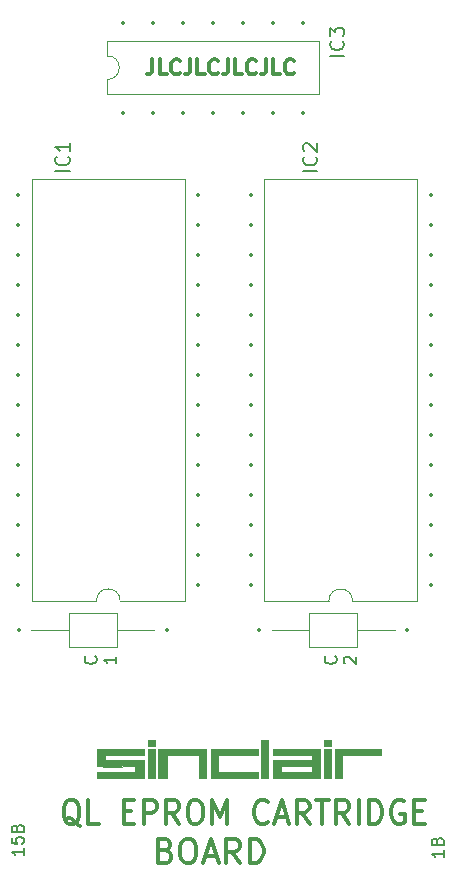
<source format=gbr>
%TF.GenerationSoftware,KiCad,Pcbnew,8.0.6+1*%
%TF.CreationDate,2024-12-27T19:01:20+01:00*%
%TF.ProjectId,QL_ROM_Cartridge_original,514c5f52-4f4d-45f4-9361-727472696467,0*%
%TF.SameCoordinates,Original*%
%TF.FileFunction,Legend,Top*%
%TF.FilePolarity,Positive*%
%FSLAX46Y46*%
G04 Gerber Fmt 4.6, Leading zero omitted, Abs format (unit mm)*
G04 Created by KiCad (PCBNEW 8.0.6+1) date 2024-12-27 19:01:20*
%MOMM*%
%LPD*%
G01*
G04 APERTURE LIST*
%ADD10C,0.100000*%
%ADD11C,0.300000*%
%ADD12C,0.350000*%
%ADD13C,0.150000*%
%ADD14C,0.120000*%
%ADD15C,0.350000*%
G04 APERTURE END LIST*
D10*
X90017653Y-124084744D02*
X89395362Y-124084744D01*
X89395362Y-123643521D01*
X90017653Y-123643521D01*
X90017653Y-124084744D01*
G36*
X90017653Y-124084744D02*
G01*
X89395362Y-124084744D01*
X89395362Y-123643521D01*
X90017653Y-123643521D01*
X90017653Y-124084744D01*
G37*
X75087037Y-126828061D02*
X74463711Y-126828061D01*
X74463711Y-124356442D01*
X75087037Y-124356442D01*
X75087037Y-126828061D01*
G36*
X75087037Y-126828061D02*
G01*
X74463711Y-126828061D01*
X74463711Y-124356442D01*
X75087037Y-124356442D01*
X75087037Y-126828061D01*
G37*
X84679969Y-126828061D02*
X84040149Y-126828061D01*
X84040149Y-123643490D01*
X84679969Y-123643490D01*
X84679969Y-126828061D01*
G36*
X84679969Y-126828061D02*
G01*
X84040149Y-126828061D01*
X84040149Y-123643490D01*
X84679969Y-123643490D01*
X84679969Y-126828061D01*
G37*
X79438697Y-126828061D02*
X78807640Y-126828061D01*
X78807640Y-124841031D01*
X76073062Y-124841031D01*
X76073062Y-126828061D01*
X75354360Y-126828061D01*
X75354360Y-124356442D01*
X79438697Y-124356442D01*
X79438697Y-126828061D01*
G36*
X79438697Y-126828061D02*
G01*
X78807640Y-126828061D01*
X78807640Y-124841031D01*
X76073062Y-124841031D01*
X76073062Y-126828061D01*
X75354360Y-126828061D01*
X75354360Y-124356442D01*
X79438697Y-124356442D01*
X79438697Y-126828061D01*
G37*
X75087037Y-124084744D02*
X74463711Y-124084744D01*
X74463711Y-123643521D01*
X75087037Y-123643521D01*
X75087037Y-124084744D01*
G36*
X75087037Y-124084744D02*
G01*
X74463711Y-124084744D01*
X74463711Y-123643521D01*
X75087037Y-123643521D01*
X75087037Y-124084744D01*
G37*
X83785973Y-124841031D02*
X80411575Y-124841031D01*
X80411575Y-126296414D01*
X83785974Y-126296414D01*
X83785954Y-126828030D01*
X79785075Y-126828061D01*
X79785075Y-124356442D01*
X83785973Y-124356442D01*
X83785973Y-124841031D01*
G36*
X83785973Y-124841031D02*
G01*
X80411575Y-124841031D01*
X80411575Y-126296414D01*
X83785974Y-126296414D01*
X83785954Y-126828030D01*
X79785075Y-126828061D01*
X79785075Y-124356442D01*
X83785973Y-124356442D01*
X83785973Y-124841031D01*
G37*
X74143313Y-124841000D02*
X70865993Y-124841000D01*
X70865993Y-125302975D01*
X74143313Y-125302975D01*
X74143313Y-126828030D01*
X70155907Y-126828030D01*
X70155907Y-126296414D01*
X73408602Y-126296414D01*
X73408602Y-125828885D01*
X71188516Y-125848385D01*
X70155907Y-125828885D01*
X70155907Y-124356412D01*
X74143313Y-124356412D01*
X74143313Y-124841000D01*
G36*
X74143313Y-124841000D02*
G01*
X70865993Y-124841000D01*
X70865993Y-125302975D01*
X74143313Y-125302975D01*
X74143313Y-126828030D01*
X70155907Y-126828030D01*
X70155907Y-126296414D01*
X73408602Y-126296414D01*
X73408602Y-125828885D01*
X71188516Y-125848385D01*
X70155907Y-125828885D01*
X70155907Y-124356412D01*
X74143313Y-124356412D01*
X74143313Y-124841000D01*
G37*
X89035491Y-126828061D02*
X88352366Y-126828061D01*
X85039321Y-126828061D01*
X85036035Y-126296414D01*
X85793082Y-126296414D01*
X88352366Y-126296414D01*
X88352366Y-125828915D01*
X85793082Y-125828915D01*
X85793082Y-126296414D01*
X85036035Y-126296414D01*
X85033921Y-125954281D01*
X85039321Y-125303006D01*
X88352366Y-125303006D01*
X88352366Y-124841031D01*
X85039321Y-124841031D01*
X85039321Y-124356442D01*
X89035491Y-124356442D01*
X89035491Y-126828061D01*
G36*
X89035491Y-126828061D02*
G01*
X88352366Y-126828061D01*
X85039321Y-126828061D01*
X85036035Y-126296414D01*
X85793082Y-126296414D01*
X88352366Y-126296414D01*
X88352366Y-125828915D01*
X85793082Y-125828915D01*
X85793082Y-126296414D01*
X85036035Y-126296414D01*
X85033921Y-125954281D01*
X85039321Y-125303006D01*
X88352366Y-125303006D01*
X88352366Y-124841031D01*
X85039321Y-124841031D01*
X85039321Y-124356442D01*
X89035491Y-124356442D01*
X89035491Y-126828061D01*
G37*
X90017653Y-126828061D02*
X89395362Y-126828061D01*
X89395362Y-124356442D01*
X90017653Y-124356442D01*
X90017653Y-126828061D01*
G36*
X90017653Y-126828061D02*
G01*
X89395362Y-126828061D01*
X89395362Y-124356442D01*
X90017653Y-124356442D01*
X90017653Y-126828061D01*
G37*
X94249223Y-124841031D02*
X90955476Y-124841031D01*
X90955476Y-126828061D01*
X90324420Y-126828061D01*
X90324418Y-124356442D01*
X94249223Y-124356442D01*
X94249223Y-124841031D01*
G36*
X94249223Y-124841031D02*
G01*
X90955476Y-124841031D01*
X90955476Y-126828061D01*
X90324420Y-126828061D01*
X90324418Y-124356442D01*
X94249223Y-124356442D01*
X94249223Y-124841031D01*
G37*
D11*
X74871189Y-65987673D02*
X74871189Y-66880530D01*
X74871189Y-66880530D02*
X74811666Y-67059102D01*
X74811666Y-67059102D02*
X74692618Y-67178150D01*
X74692618Y-67178150D02*
X74514047Y-67237673D01*
X74514047Y-67237673D02*
X74394999Y-67237673D01*
X76061666Y-67237673D02*
X75466428Y-67237673D01*
X75466428Y-67237673D02*
X75466428Y-65987673D01*
X77192618Y-67118626D02*
X77133094Y-67178150D01*
X77133094Y-67178150D02*
X76954523Y-67237673D01*
X76954523Y-67237673D02*
X76835475Y-67237673D01*
X76835475Y-67237673D02*
X76656904Y-67178150D01*
X76656904Y-67178150D02*
X76537856Y-67059102D01*
X76537856Y-67059102D02*
X76478333Y-66940054D01*
X76478333Y-66940054D02*
X76418809Y-66701959D01*
X76418809Y-66701959D02*
X76418809Y-66523388D01*
X76418809Y-66523388D02*
X76478333Y-66285292D01*
X76478333Y-66285292D02*
X76537856Y-66166245D01*
X76537856Y-66166245D02*
X76656904Y-66047197D01*
X76656904Y-66047197D02*
X76835475Y-65987673D01*
X76835475Y-65987673D02*
X76954523Y-65987673D01*
X76954523Y-65987673D02*
X77133094Y-66047197D01*
X77133094Y-66047197D02*
X77192618Y-66106721D01*
X78085475Y-65987673D02*
X78085475Y-66880530D01*
X78085475Y-66880530D02*
X78025952Y-67059102D01*
X78025952Y-67059102D02*
X77906904Y-67178150D01*
X77906904Y-67178150D02*
X77728333Y-67237673D01*
X77728333Y-67237673D02*
X77609285Y-67237673D01*
X79275952Y-67237673D02*
X78680714Y-67237673D01*
X78680714Y-67237673D02*
X78680714Y-65987673D01*
X80406904Y-67118626D02*
X80347380Y-67178150D01*
X80347380Y-67178150D02*
X80168809Y-67237673D01*
X80168809Y-67237673D02*
X80049761Y-67237673D01*
X80049761Y-67237673D02*
X79871190Y-67178150D01*
X79871190Y-67178150D02*
X79752142Y-67059102D01*
X79752142Y-67059102D02*
X79692619Y-66940054D01*
X79692619Y-66940054D02*
X79633095Y-66701959D01*
X79633095Y-66701959D02*
X79633095Y-66523388D01*
X79633095Y-66523388D02*
X79692619Y-66285292D01*
X79692619Y-66285292D02*
X79752142Y-66166245D01*
X79752142Y-66166245D02*
X79871190Y-66047197D01*
X79871190Y-66047197D02*
X80049761Y-65987673D01*
X80049761Y-65987673D02*
X80168809Y-65987673D01*
X80168809Y-65987673D02*
X80347380Y-66047197D01*
X80347380Y-66047197D02*
X80406904Y-66106721D01*
X81299761Y-65987673D02*
X81299761Y-66880530D01*
X81299761Y-66880530D02*
X81240238Y-67059102D01*
X81240238Y-67059102D02*
X81121190Y-67178150D01*
X81121190Y-67178150D02*
X80942619Y-67237673D01*
X80942619Y-67237673D02*
X80823571Y-67237673D01*
X82490238Y-67237673D02*
X81895000Y-67237673D01*
X81895000Y-67237673D02*
X81895000Y-65987673D01*
X83621190Y-67118626D02*
X83561666Y-67178150D01*
X83561666Y-67178150D02*
X83383095Y-67237673D01*
X83383095Y-67237673D02*
X83264047Y-67237673D01*
X83264047Y-67237673D02*
X83085476Y-67178150D01*
X83085476Y-67178150D02*
X82966428Y-67059102D01*
X82966428Y-67059102D02*
X82906905Y-66940054D01*
X82906905Y-66940054D02*
X82847381Y-66701959D01*
X82847381Y-66701959D02*
X82847381Y-66523388D01*
X82847381Y-66523388D02*
X82906905Y-66285292D01*
X82906905Y-66285292D02*
X82966428Y-66166245D01*
X82966428Y-66166245D02*
X83085476Y-66047197D01*
X83085476Y-66047197D02*
X83264047Y-65987673D01*
X83264047Y-65987673D02*
X83383095Y-65987673D01*
X83383095Y-65987673D02*
X83561666Y-66047197D01*
X83561666Y-66047197D02*
X83621190Y-66106721D01*
X84514047Y-65987673D02*
X84514047Y-66880530D01*
X84514047Y-66880530D02*
X84454524Y-67059102D01*
X84454524Y-67059102D02*
X84335476Y-67178150D01*
X84335476Y-67178150D02*
X84156905Y-67237673D01*
X84156905Y-67237673D02*
X84037857Y-67237673D01*
X85704524Y-67237673D02*
X85109286Y-67237673D01*
X85109286Y-67237673D02*
X85109286Y-65987673D01*
X86835476Y-67118626D02*
X86775952Y-67178150D01*
X86775952Y-67178150D02*
X86597381Y-67237673D01*
X86597381Y-67237673D02*
X86478333Y-67237673D01*
X86478333Y-67237673D02*
X86299762Y-67178150D01*
X86299762Y-67178150D02*
X86180714Y-67059102D01*
X86180714Y-67059102D02*
X86121191Y-66940054D01*
X86121191Y-66940054D02*
X86061667Y-66701959D01*
X86061667Y-66701959D02*
X86061667Y-66523388D01*
X86061667Y-66523388D02*
X86121191Y-66285292D01*
X86121191Y-66285292D02*
X86180714Y-66166245D01*
X86180714Y-66166245D02*
X86299762Y-66047197D01*
X86299762Y-66047197D02*
X86478333Y-65987673D01*
X86478333Y-65987673D02*
X86597381Y-65987673D01*
X86597381Y-65987673D02*
X86775952Y-66047197D01*
X86775952Y-66047197D02*
X86835476Y-66106721D01*
D12*
X75994088Y-132955419D02*
X76279802Y-133050657D01*
X76279802Y-133050657D02*
X76375040Y-133145895D01*
X76375040Y-133145895D02*
X76470278Y-133336371D01*
X76470278Y-133336371D02*
X76470278Y-133622085D01*
X76470278Y-133622085D02*
X76375040Y-133812561D01*
X76375040Y-133812561D02*
X76279802Y-133907800D01*
X76279802Y-133907800D02*
X76089326Y-134003038D01*
X76089326Y-134003038D02*
X75327421Y-134003038D01*
X75327421Y-134003038D02*
X75327421Y-132003038D01*
X75327421Y-132003038D02*
X75994088Y-132003038D01*
X75994088Y-132003038D02*
X76184564Y-132098276D01*
X76184564Y-132098276D02*
X76279802Y-132193514D01*
X76279802Y-132193514D02*
X76375040Y-132383990D01*
X76375040Y-132383990D02*
X76375040Y-132574466D01*
X76375040Y-132574466D02*
X76279802Y-132764942D01*
X76279802Y-132764942D02*
X76184564Y-132860180D01*
X76184564Y-132860180D02*
X75994088Y-132955419D01*
X75994088Y-132955419D02*
X75327421Y-132955419D01*
X77708373Y-132003038D02*
X78089326Y-132003038D01*
X78089326Y-132003038D02*
X78279802Y-132098276D01*
X78279802Y-132098276D02*
X78470278Y-132288752D01*
X78470278Y-132288752D02*
X78565516Y-132669704D01*
X78565516Y-132669704D02*
X78565516Y-133336371D01*
X78565516Y-133336371D02*
X78470278Y-133717323D01*
X78470278Y-133717323D02*
X78279802Y-133907800D01*
X78279802Y-133907800D02*
X78089326Y-134003038D01*
X78089326Y-134003038D02*
X77708373Y-134003038D01*
X77708373Y-134003038D02*
X77517897Y-133907800D01*
X77517897Y-133907800D02*
X77327421Y-133717323D01*
X77327421Y-133717323D02*
X77232183Y-133336371D01*
X77232183Y-133336371D02*
X77232183Y-132669704D01*
X77232183Y-132669704D02*
X77327421Y-132288752D01*
X77327421Y-132288752D02*
X77517897Y-132098276D01*
X77517897Y-132098276D02*
X77708373Y-132003038D01*
X79327421Y-133431609D02*
X80279802Y-133431609D01*
X79136945Y-134003038D02*
X79803611Y-132003038D01*
X79803611Y-132003038D02*
X80470278Y-134003038D01*
X82279802Y-134003038D02*
X81613135Y-133050657D01*
X81136945Y-134003038D02*
X81136945Y-132003038D01*
X81136945Y-132003038D02*
X81898850Y-132003038D01*
X81898850Y-132003038D02*
X82089326Y-132098276D01*
X82089326Y-132098276D02*
X82184564Y-132193514D01*
X82184564Y-132193514D02*
X82279802Y-132383990D01*
X82279802Y-132383990D02*
X82279802Y-132669704D01*
X82279802Y-132669704D02*
X82184564Y-132860180D01*
X82184564Y-132860180D02*
X82089326Y-132955419D01*
X82089326Y-132955419D02*
X81898850Y-133050657D01*
X81898850Y-133050657D02*
X81136945Y-133050657D01*
X83136945Y-134003038D02*
X83136945Y-132003038D01*
X83136945Y-132003038D02*
X83613135Y-132003038D01*
X83613135Y-132003038D02*
X83898850Y-132098276D01*
X83898850Y-132098276D02*
X84089326Y-132288752D01*
X84089326Y-132288752D02*
X84184564Y-132479228D01*
X84184564Y-132479228D02*
X84279802Y-132860180D01*
X84279802Y-132860180D02*
X84279802Y-133145895D01*
X84279802Y-133145895D02*
X84184564Y-133526847D01*
X84184564Y-133526847D02*
X84089326Y-133717323D01*
X84089326Y-133717323D02*
X83898850Y-133907800D01*
X83898850Y-133907800D02*
X83613135Y-134003038D01*
X83613135Y-134003038D02*
X83136945Y-134003038D01*
D13*
X90359608Y-116530476D02*
X90407228Y-116578095D01*
X90407228Y-116578095D02*
X90454847Y-116720952D01*
X90454847Y-116720952D02*
X90454847Y-116816190D01*
X90454847Y-116816190D02*
X90407228Y-116959047D01*
X90407228Y-116959047D02*
X90311989Y-117054285D01*
X90311989Y-117054285D02*
X90216751Y-117101904D01*
X90216751Y-117101904D02*
X90026275Y-117149523D01*
X90026275Y-117149523D02*
X89883418Y-117149523D01*
X89883418Y-117149523D02*
X89692942Y-117101904D01*
X89692942Y-117101904D02*
X89597704Y-117054285D01*
X89597704Y-117054285D02*
X89502466Y-116959047D01*
X89502466Y-116959047D02*
X89454847Y-116816190D01*
X89454847Y-116816190D02*
X89454847Y-116720952D01*
X89454847Y-116720952D02*
X89502466Y-116578095D01*
X89502466Y-116578095D02*
X89550085Y-116530476D01*
X91160029Y-117125713D02*
X91112410Y-117078094D01*
X91112410Y-117078094D02*
X91064791Y-116982856D01*
X91064791Y-116982856D02*
X91064791Y-116744761D01*
X91064791Y-116744761D02*
X91112410Y-116649523D01*
X91112410Y-116649523D02*
X91160029Y-116601904D01*
X91160029Y-116601904D02*
X91255267Y-116554285D01*
X91255267Y-116554285D02*
X91350505Y-116554285D01*
X91350505Y-116554285D02*
X91493362Y-116601904D01*
X91493362Y-116601904D02*
X92064791Y-117173332D01*
X92064791Y-117173332D02*
X92064791Y-116554285D01*
X88812342Y-75466428D02*
X87612342Y-75466428D01*
X88698057Y-74209285D02*
X88755200Y-74266428D01*
X88755200Y-74266428D02*
X88812342Y-74437856D01*
X88812342Y-74437856D02*
X88812342Y-74552142D01*
X88812342Y-74552142D02*
X88755200Y-74723571D01*
X88755200Y-74723571D02*
X88640914Y-74837856D01*
X88640914Y-74837856D02*
X88526628Y-74894999D01*
X88526628Y-74894999D02*
X88298057Y-74952142D01*
X88298057Y-74952142D02*
X88126628Y-74952142D01*
X88126628Y-74952142D02*
X87898057Y-74894999D01*
X87898057Y-74894999D02*
X87783771Y-74837856D01*
X87783771Y-74837856D02*
X87669485Y-74723571D01*
X87669485Y-74723571D02*
X87612342Y-74552142D01*
X87612342Y-74552142D02*
X87612342Y-74437856D01*
X87612342Y-74437856D02*
X87669485Y-74266428D01*
X87669485Y-74266428D02*
X87726628Y-74209285D01*
X87726628Y-73752142D02*
X87669485Y-73694999D01*
X87669485Y-73694999D02*
X87612342Y-73580714D01*
X87612342Y-73580714D02*
X87612342Y-73294999D01*
X87612342Y-73294999D02*
X87669485Y-73180714D01*
X87669485Y-73180714D02*
X87726628Y-73123571D01*
X87726628Y-73123571D02*
X87840914Y-73066428D01*
X87840914Y-73066428D02*
X87955200Y-73066428D01*
X87955200Y-73066428D02*
X88126628Y-73123571D01*
X88126628Y-73123571D02*
X88812342Y-73809285D01*
X88812342Y-73809285D02*
X88812342Y-73066428D01*
X91098335Y-65687428D02*
X89898335Y-65687428D01*
X90984050Y-64430285D02*
X91041193Y-64487428D01*
X91041193Y-64487428D02*
X91098335Y-64658856D01*
X91098335Y-64658856D02*
X91098335Y-64773142D01*
X91098335Y-64773142D02*
X91041193Y-64944571D01*
X91041193Y-64944571D02*
X90926907Y-65058856D01*
X90926907Y-65058856D02*
X90812621Y-65115999D01*
X90812621Y-65115999D02*
X90584050Y-65173142D01*
X90584050Y-65173142D02*
X90412621Y-65173142D01*
X90412621Y-65173142D02*
X90184050Y-65115999D01*
X90184050Y-65115999D02*
X90069764Y-65058856D01*
X90069764Y-65058856D02*
X89955478Y-64944571D01*
X89955478Y-64944571D02*
X89898335Y-64773142D01*
X89898335Y-64773142D02*
X89898335Y-64658856D01*
X89898335Y-64658856D02*
X89955478Y-64487428D01*
X89955478Y-64487428D02*
X90012621Y-64430285D01*
X89898335Y-64030285D02*
X89898335Y-63287428D01*
X89898335Y-63287428D02*
X90355478Y-63687428D01*
X90355478Y-63687428D02*
X90355478Y-63515999D01*
X90355478Y-63515999D02*
X90412621Y-63401714D01*
X90412621Y-63401714D02*
X90469764Y-63344571D01*
X90469764Y-63344571D02*
X90584050Y-63287428D01*
X90584050Y-63287428D02*
X90869764Y-63287428D01*
X90869764Y-63287428D02*
X90984050Y-63344571D01*
X90984050Y-63344571D02*
X91041193Y-63401714D01*
X91041193Y-63401714D02*
X91098335Y-63515999D01*
X91098335Y-63515999D02*
X91098335Y-63858856D01*
X91098335Y-63858856D02*
X91041193Y-63973142D01*
X91041193Y-63973142D02*
X90984050Y-64030285D01*
X99514819Y-132929285D02*
X99514819Y-133500713D01*
X99514819Y-133214999D02*
X98514819Y-133214999D01*
X98514819Y-133214999D02*
X98657676Y-133310237D01*
X98657676Y-133310237D02*
X98752914Y-133405475D01*
X98752914Y-133405475D02*
X98800533Y-133500713D01*
X98991009Y-132167380D02*
X99038628Y-132024523D01*
X99038628Y-132024523D02*
X99086247Y-131976904D01*
X99086247Y-131976904D02*
X99181485Y-131929285D01*
X99181485Y-131929285D02*
X99324342Y-131929285D01*
X99324342Y-131929285D02*
X99419580Y-131976904D01*
X99419580Y-131976904D02*
X99467200Y-132024523D01*
X99467200Y-132024523D02*
X99514819Y-132119761D01*
X99514819Y-132119761D02*
X99514819Y-132500713D01*
X99514819Y-132500713D02*
X98514819Y-132500713D01*
X98514819Y-132500713D02*
X98514819Y-132167380D01*
X98514819Y-132167380D02*
X98562438Y-132072142D01*
X98562438Y-132072142D02*
X98610057Y-132024523D01*
X98610057Y-132024523D02*
X98705295Y-131976904D01*
X98705295Y-131976904D02*
X98800533Y-131976904D01*
X98800533Y-131976904D02*
X98895771Y-132024523D01*
X98895771Y-132024523D02*
X98943390Y-132072142D01*
X98943390Y-132072142D02*
X98991009Y-132167380D01*
X98991009Y-132167380D02*
X98991009Y-132500713D01*
X63954819Y-132770476D02*
X63954819Y-133341904D01*
X63954819Y-133056190D02*
X62954819Y-133056190D01*
X62954819Y-133056190D02*
X63097676Y-133151428D01*
X63097676Y-133151428D02*
X63192914Y-133246666D01*
X63192914Y-133246666D02*
X63240533Y-133341904D01*
X62954819Y-131865714D02*
X62954819Y-132341904D01*
X62954819Y-132341904D02*
X63431009Y-132389523D01*
X63431009Y-132389523D02*
X63383390Y-132341904D01*
X63383390Y-132341904D02*
X63335771Y-132246666D01*
X63335771Y-132246666D02*
X63335771Y-132008571D01*
X63335771Y-132008571D02*
X63383390Y-131913333D01*
X63383390Y-131913333D02*
X63431009Y-131865714D01*
X63431009Y-131865714D02*
X63526247Y-131818095D01*
X63526247Y-131818095D02*
X63764342Y-131818095D01*
X63764342Y-131818095D02*
X63859580Y-131865714D01*
X63859580Y-131865714D02*
X63907200Y-131913333D01*
X63907200Y-131913333D02*
X63954819Y-132008571D01*
X63954819Y-132008571D02*
X63954819Y-132246666D01*
X63954819Y-132246666D02*
X63907200Y-132341904D01*
X63907200Y-132341904D02*
X63859580Y-132389523D01*
X63431009Y-131056190D02*
X63478628Y-130913333D01*
X63478628Y-130913333D02*
X63526247Y-130865714D01*
X63526247Y-130865714D02*
X63621485Y-130818095D01*
X63621485Y-130818095D02*
X63764342Y-130818095D01*
X63764342Y-130818095D02*
X63859580Y-130865714D01*
X63859580Y-130865714D02*
X63907200Y-130913333D01*
X63907200Y-130913333D02*
X63954819Y-131008571D01*
X63954819Y-131008571D02*
X63954819Y-131389523D01*
X63954819Y-131389523D02*
X62954819Y-131389523D01*
X62954819Y-131389523D02*
X62954819Y-131056190D01*
X62954819Y-131056190D02*
X63002438Y-130960952D01*
X63002438Y-130960952D02*
X63050057Y-130913333D01*
X63050057Y-130913333D02*
X63145295Y-130865714D01*
X63145295Y-130865714D02*
X63240533Y-130865714D01*
X63240533Y-130865714D02*
X63335771Y-130913333D01*
X63335771Y-130913333D02*
X63383390Y-130960952D01*
X63383390Y-130960952D02*
X63431009Y-131056190D01*
X63431009Y-131056190D02*
X63431009Y-131389523D01*
X67857342Y-75466428D02*
X66657342Y-75466428D01*
X67743057Y-74209285D02*
X67800200Y-74266428D01*
X67800200Y-74266428D02*
X67857342Y-74437856D01*
X67857342Y-74437856D02*
X67857342Y-74552142D01*
X67857342Y-74552142D02*
X67800200Y-74723571D01*
X67800200Y-74723571D02*
X67685914Y-74837856D01*
X67685914Y-74837856D02*
X67571628Y-74894999D01*
X67571628Y-74894999D02*
X67343057Y-74952142D01*
X67343057Y-74952142D02*
X67171628Y-74952142D01*
X67171628Y-74952142D02*
X66943057Y-74894999D01*
X66943057Y-74894999D02*
X66828771Y-74837856D01*
X66828771Y-74837856D02*
X66714485Y-74723571D01*
X66714485Y-74723571D02*
X66657342Y-74552142D01*
X66657342Y-74552142D02*
X66657342Y-74437856D01*
X66657342Y-74437856D02*
X66714485Y-74266428D01*
X66714485Y-74266428D02*
X66771628Y-74209285D01*
X67857342Y-73066428D02*
X67857342Y-73752142D01*
X67857342Y-73409285D02*
X66657342Y-73409285D01*
X66657342Y-73409285D02*
X66828771Y-73523571D01*
X66828771Y-73523571D02*
X66943057Y-73637856D01*
X66943057Y-73637856D02*
X67000200Y-73752142D01*
D12*
X68718266Y-130891514D02*
X68537314Y-130796276D01*
X68537314Y-130796276D02*
X68356361Y-130605800D01*
X68356361Y-130605800D02*
X68084933Y-130320085D01*
X68084933Y-130320085D02*
X67903980Y-130224847D01*
X67903980Y-130224847D02*
X67723028Y-130224847D01*
X67813504Y-130701038D02*
X67632552Y-130605800D01*
X67632552Y-130605800D02*
X67451599Y-130415323D01*
X67451599Y-130415323D02*
X67361123Y-130034371D01*
X67361123Y-130034371D02*
X67361123Y-129367704D01*
X67361123Y-129367704D02*
X67451599Y-128986752D01*
X67451599Y-128986752D02*
X67632552Y-128796276D01*
X67632552Y-128796276D02*
X67813504Y-128701038D01*
X67813504Y-128701038D02*
X68175409Y-128701038D01*
X68175409Y-128701038D02*
X68356361Y-128796276D01*
X68356361Y-128796276D02*
X68537314Y-128986752D01*
X68537314Y-128986752D02*
X68627790Y-129367704D01*
X68627790Y-129367704D02*
X68627790Y-130034371D01*
X68627790Y-130034371D02*
X68537314Y-130415323D01*
X68537314Y-130415323D02*
X68356361Y-130605800D01*
X68356361Y-130605800D02*
X68175409Y-130701038D01*
X68175409Y-130701038D02*
X67813504Y-130701038D01*
X70346837Y-130701038D02*
X69442075Y-130701038D01*
X69442075Y-130701038D02*
X69442075Y-128701038D01*
X72427789Y-129653419D02*
X73061123Y-129653419D01*
X73332551Y-130701038D02*
X72427789Y-130701038D01*
X72427789Y-130701038D02*
X72427789Y-128701038D01*
X72427789Y-128701038D02*
X73332551Y-128701038D01*
X74146837Y-130701038D02*
X74146837Y-128701038D01*
X74146837Y-128701038D02*
X74870647Y-128701038D01*
X74870647Y-128701038D02*
X75051599Y-128796276D01*
X75051599Y-128796276D02*
X75142076Y-128891514D01*
X75142076Y-128891514D02*
X75232552Y-129081990D01*
X75232552Y-129081990D02*
X75232552Y-129367704D01*
X75232552Y-129367704D02*
X75142076Y-129558180D01*
X75142076Y-129558180D02*
X75051599Y-129653419D01*
X75051599Y-129653419D02*
X74870647Y-129748657D01*
X74870647Y-129748657D02*
X74146837Y-129748657D01*
X77132552Y-130701038D02*
X76499218Y-129748657D01*
X76046837Y-130701038D02*
X76046837Y-128701038D01*
X76046837Y-128701038D02*
X76770647Y-128701038D01*
X76770647Y-128701038D02*
X76951599Y-128796276D01*
X76951599Y-128796276D02*
X77042076Y-128891514D01*
X77042076Y-128891514D02*
X77132552Y-129081990D01*
X77132552Y-129081990D02*
X77132552Y-129367704D01*
X77132552Y-129367704D02*
X77042076Y-129558180D01*
X77042076Y-129558180D02*
X76951599Y-129653419D01*
X76951599Y-129653419D02*
X76770647Y-129748657D01*
X76770647Y-129748657D02*
X76046837Y-129748657D01*
X78308742Y-128701038D02*
X78670647Y-128701038D01*
X78670647Y-128701038D02*
X78851599Y-128796276D01*
X78851599Y-128796276D02*
X79032552Y-128986752D01*
X79032552Y-128986752D02*
X79123028Y-129367704D01*
X79123028Y-129367704D02*
X79123028Y-130034371D01*
X79123028Y-130034371D02*
X79032552Y-130415323D01*
X79032552Y-130415323D02*
X78851599Y-130605800D01*
X78851599Y-130605800D02*
X78670647Y-130701038D01*
X78670647Y-130701038D02*
X78308742Y-130701038D01*
X78308742Y-130701038D02*
X78127790Y-130605800D01*
X78127790Y-130605800D02*
X77946837Y-130415323D01*
X77946837Y-130415323D02*
X77856361Y-130034371D01*
X77856361Y-130034371D02*
X77856361Y-129367704D01*
X77856361Y-129367704D02*
X77946837Y-128986752D01*
X77946837Y-128986752D02*
X78127790Y-128796276D01*
X78127790Y-128796276D02*
X78308742Y-128701038D01*
X79937313Y-130701038D02*
X79937313Y-128701038D01*
X79937313Y-128701038D02*
X80570647Y-130129609D01*
X80570647Y-130129609D02*
X81203980Y-128701038D01*
X81203980Y-128701038D02*
X81203980Y-130701038D01*
X84642076Y-130510561D02*
X84551600Y-130605800D01*
X84551600Y-130605800D02*
X84280171Y-130701038D01*
X84280171Y-130701038D02*
X84099219Y-130701038D01*
X84099219Y-130701038D02*
X83827790Y-130605800D01*
X83827790Y-130605800D02*
X83646838Y-130415323D01*
X83646838Y-130415323D02*
X83556361Y-130224847D01*
X83556361Y-130224847D02*
X83465885Y-129843895D01*
X83465885Y-129843895D02*
X83465885Y-129558180D01*
X83465885Y-129558180D02*
X83556361Y-129177228D01*
X83556361Y-129177228D02*
X83646838Y-128986752D01*
X83646838Y-128986752D02*
X83827790Y-128796276D01*
X83827790Y-128796276D02*
X84099219Y-128701038D01*
X84099219Y-128701038D02*
X84280171Y-128701038D01*
X84280171Y-128701038D02*
X84551600Y-128796276D01*
X84551600Y-128796276D02*
X84642076Y-128891514D01*
X85365885Y-130129609D02*
X86270647Y-130129609D01*
X85184933Y-130701038D02*
X85818266Y-128701038D01*
X85818266Y-128701038D02*
X86451600Y-130701038D01*
X88170647Y-130701038D02*
X87537313Y-129748657D01*
X87084932Y-130701038D02*
X87084932Y-128701038D01*
X87084932Y-128701038D02*
X87808742Y-128701038D01*
X87808742Y-128701038D02*
X87989694Y-128796276D01*
X87989694Y-128796276D02*
X88080171Y-128891514D01*
X88080171Y-128891514D02*
X88170647Y-129081990D01*
X88170647Y-129081990D02*
X88170647Y-129367704D01*
X88170647Y-129367704D02*
X88080171Y-129558180D01*
X88080171Y-129558180D02*
X87989694Y-129653419D01*
X87989694Y-129653419D02*
X87808742Y-129748657D01*
X87808742Y-129748657D02*
X87084932Y-129748657D01*
X88713504Y-128701038D02*
X89799218Y-128701038D01*
X89256361Y-130701038D02*
X89256361Y-128701038D01*
X91518266Y-130701038D02*
X90884932Y-129748657D01*
X90432551Y-130701038D02*
X90432551Y-128701038D01*
X90432551Y-128701038D02*
X91156361Y-128701038D01*
X91156361Y-128701038D02*
X91337313Y-128796276D01*
X91337313Y-128796276D02*
X91427790Y-128891514D01*
X91427790Y-128891514D02*
X91518266Y-129081990D01*
X91518266Y-129081990D02*
X91518266Y-129367704D01*
X91518266Y-129367704D02*
X91427790Y-129558180D01*
X91427790Y-129558180D02*
X91337313Y-129653419D01*
X91337313Y-129653419D02*
X91156361Y-129748657D01*
X91156361Y-129748657D02*
X90432551Y-129748657D01*
X92332551Y-130701038D02*
X92332551Y-128701038D01*
X93237313Y-130701038D02*
X93237313Y-128701038D01*
X93237313Y-128701038D02*
X93689694Y-128701038D01*
X93689694Y-128701038D02*
X93961123Y-128796276D01*
X93961123Y-128796276D02*
X94142075Y-128986752D01*
X94142075Y-128986752D02*
X94232552Y-129177228D01*
X94232552Y-129177228D02*
X94323028Y-129558180D01*
X94323028Y-129558180D02*
X94323028Y-129843895D01*
X94323028Y-129843895D02*
X94232552Y-130224847D01*
X94232552Y-130224847D02*
X94142075Y-130415323D01*
X94142075Y-130415323D02*
X93961123Y-130605800D01*
X93961123Y-130605800D02*
X93689694Y-130701038D01*
X93689694Y-130701038D02*
X93237313Y-130701038D01*
X96132552Y-128796276D02*
X95951599Y-128701038D01*
X95951599Y-128701038D02*
X95680171Y-128701038D01*
X95680171Y-128701038D02*
X95408742Y-128796276D01*
X95408742Y-128796276D02*
X95227790Y-128986752D01*
X95227790Y-128986752D02*
X95137313Y-129177228D01*
X95137313Y-129177228D02*
X95046837Y-129558180D01*
X95046837Y-129558180D02*
X95046837Y-129843895D01*
X95046837Y-129843895D02*
X95137313Y-130224847D01*
X95137313Y-130224847D02*
X95227790Y-130415323D01*
X95227790Y-130415323D02*
X95408742Y-130605800D01*
X95408742Y-130605800D02*
X95680171Y-130701038D01*
X95680171Y-130701038D02*
X95861123Y-130701038D01*
X95861123Y-130701038D02*
X96132552Y-130605800D01*
X96132552Y-130605800D02*
X96223028Y-130510561D01*
X96223028Y-130510561D02*
X96223028Y-129843895D01*
X96223028Y-129843895D02*
X95861123Y-129843895D01*
X97037313Y-129653419D02*
X97670647Y-129653419D01*
X97942075Y-130701038D02*
X97037313Y-130701038D01*
X97037313Y-130701038D02*
X97037313Y-128701038D01*
X97037313Y-128701038D02*
X97942075Y-128701038D01*
D13*
X70039608Y-116530476D02*
X70087228Y-116578095D01*
X70087228Y-116578095D02*
X70134847Y-116720952D01*
X70134847Y-116720952D02*
X70134847Y-116816190D01*
X70134847Y-116816190D02*
X70087228Y-116959047D01*
X70087228Y-116959047D02*
X69991989Y-117054285D01*
X69991989Y-117054285D02*
X69896751Y-117101904D01*
X69896751Y-117101904D02*
X69706275Y-117149523D01*
X69706275Y-117149523D02*
X69563418Y-117149523D01*
X69563418Y-117149523D02*
X69372942Y-117101904D01*
X69372942Y-117101904D02*
X69277704Y-117054285D01*
X69277704Y-117054285D02*
X69182466Y-116959047D01*
X69182466Y-116959047D02*
X69134847Y-116816190D01*
X69134847Y-116816190D02*
X69134847Y-116720952D01*
X69134847Y-116720952D02*
X69182466Y-116578095D01*
X69182466Y-116578095D02*
X69230085Y-116530476D01*
X71744791Y-116554285D02*
X71744791Y-117125713D01*
X71744791Y-116839999D02*
X70744791Y-116839999D01*
X70744791Y-116839999D02*
X70887648Y-116935237D01*
X70887648Y-116935237D02*
X70982886Y-117030475D01*
X70982886Y-117030475D02*
X71030505Y-117125713D01*
D14*
%TO.C,IC2*%
X84345000Y-76140000D02*
X84345000Y-111820000D01*
X84345000Y-111820000D02*
X89805000Y-111820000D01*
X91805000Y-111820000D02*
X97265000Y-111820000D01*
X97265000Y-76140000D02*
X84345000Y-76140000D01*
X97265000Y-111820000D02*
X97265000Y-76140000D01*
X89805000Y-111820000D02*
G75*
G02*
X91805000Y-111820000I1000000J0D01*
G01*
%TO.C,IC1*%
X64665000Y-76130000D02*
X64665000Y-111810000D01*
X64665000Y-111810000D02*
X70125000Y-111810000D01*
X72125000Y-111810000D02*
X77585000Y-111810000D01*
X77585000Y-76130000D02*
X64665000Y-76130000D01*
X77585000Y-111810000D02*
X77585000Y-76130000D01*
X70125000Y-111810000D02*
G75*
G02*
X72125000Y-111810000I1000000J0D01*
G01*
%TO.C,C1*%
X64620000Y-114300000D02*
X67810000Y-114300000D01*
X67810000Y-112880000D02*
X67810000Y-115720000D01*
X67810000Y-115720000D02*
X71850000Y-115720000D01*
X71850000Y-112880000D02*
X67810000Y-112880000D01*
X71850000Y-115720000D02*
X71850000Y-112880000D01*
X75040000Y-114300000D02*
X71850000Y-114300000D01*
%TO.C,C2*%
X84960000Y-114300000D02*
X88150000Y-114300000D01*
X88150000Y-112880000D02*
X88150000Y-115720000D01*
X88150000Y-115720000D02*
X92190000Y-115720000D01*
X92190000Y-112880000D02*
X88150000Y-112880000D01*
X92190000Y-115720000D02*
X92190000Y-112880000D01*
X95380000Y-114300000D02*
X92190000Y-114300000D01*
%TO.C,IC3*%
X71060000Y-64425000D02*
X71060000Y-65675000D01*
X71060000Y-67675000D02*
X71060000Y-68925000D01*
X71060000Y-68925000D02*
X88960000Y-68925000D01*
X88960000Y-64425000D02*
X71060000Y-64425000D01*
X88960000Y-68925000D02*
X88960000Y-64425000D01*
X71060000Y-65675000D02*
G75*
G02*
X71060000Y-67675000I0J-1000000D01*
G01*
%TD*%
D15*
X98425000Y-110490000D03*
X98425000Y-107950000D03*
X98425000Y-105410000D03*
X98425000Y-102870000D03*
X98425000Y-100330000D03*
X98425000Y-97790000D03*
X98425000Y-95250000D03*
X98425000Y-92710000D03*
X98425000Y-90170000D03*
X98425000Y-87630000D03*
X98425000Y-85090000D03*
X98425000Y-82550000D03*
X98425000Y-80010000D03*
X98425000Y-77470000D03*
X83185000Y-77470000D03*
X83185000Y-80010000D03*
X83185000Y-82550000D03*
X83185000Y-85090000D03*
X83185000Y-87630000D03*
X83185000Y-90170000D03*
X83185000Y-92710000D03*
X83185000Y-95250000D03*
X83185000Y-97790000D03*
X83185000Y-100330000D03*
X83185000Y-102870000D03*
X83185000Y-105410000D03*
X83185000Y-107950000D03*
X83185000Y-110490000D03*
X78745000Y-110480000D03*
X78745000Y-107940000D03*
X78745000Y-105400000D03*
X78745000Y-102860000D03*
X78745000Y-100320000D03*
X78745000Y-97780000D03*
X78745000Y-95240000D03*
X78745000Y-92700000D03*
X78745000Y-90160000D03*
X78745000Y-87620000D03*
X78745000Y-85080000D03*
X78745000Y-82540000D03*
X78745000Y-80000000D03*
X78745000Y-77460000D03*
X63505000Y-77460000D03*
X63505000Y-80000000D03*
X63505000Y-82540000D03*
X63505000Y-85080000D03*
X63505000Y-87620000D03*
X63505000Y-90160000D03*
X63505000Y-92700000D03*
X63505000Y-95240000D03*
X63505000Y-97780000D03*
X63505000Y-100320000D03*
X63505000Y-102860000D03*
X63505000Y-105400000D03*
X63505000Y-107940000D03*
X63505000Y-110480000D03*
X63580000Y-114300000D03*
X76080000Y-114300000D03*
X96420000Y-114300000D03*
X83920000Y-114300000D03*
X72390000Y-70485000D03*
X74930000Y-70485000D03*
X77470000Y-70485000D03*
X80010000Y-70485000D03*
X82550000Y-70485000D03*
X85090000Y-70485000D03*
X87630000Y-70485000D03*
X87630000Y-62865000D03*
X85090000Y-62865000D03*
X82550000Y-62865000D03*
X80010000Y-62865000D03*
X77470000Y-62865000D03*
X74930000Y-62865000D03*
X72390000Y-62865000D03*
M02*

</source>
